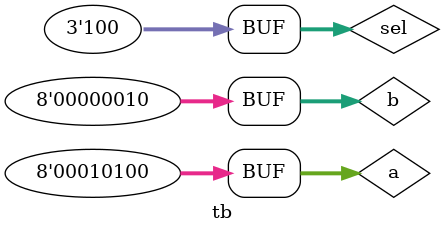
<source format=v>
module tb();
reg [7:0]a=8'd20;
reg [7:0]b=8'd2;
reg [2:0]sel;
wire [8:0]c;

Alu X( .a(a), .b(b), .c(c) ,.sel(sel));


 initial
 begin
 sel=3'd0;
 #4
 sel=3'd1;
 #4
 sel=3'd2;
 #4
 sel=3'd3;
 #4
 sel=3'd4;
 end
 endmodule
 
</source>
